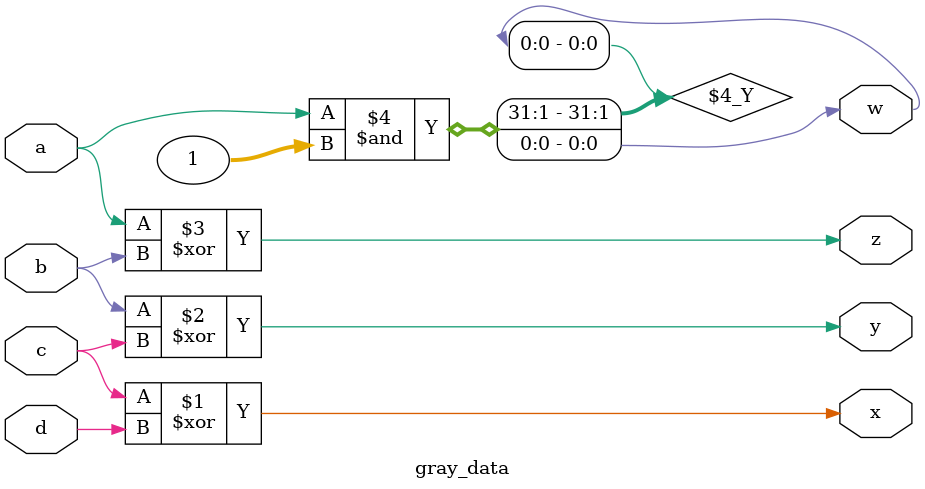
<source format=v>
module gray_data(a,b,c,d,w,x,y,z);
	input a,b,c,d;
	output w,x,y,z;
	
	assign x=c^d;
	assign y=b^c;
	assign z=a^b;
	assign w=a&1;

endmodule
	
	

</source>
